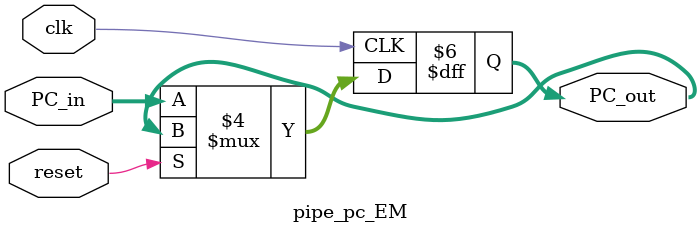
<source format=v>
`timescale 1ns / 1ps
module pipe_pc_EM(
    input clk,
    input reset,
    input [31:0] PC_in,
    output reg [31:0] PC_out
);
	initial
		begin
			PC_out = 0;
		end
    
    always @(posedge clk)
        begin
            if(reset)
                begin
                    ;
                end
            else
                begin
                    PC_out<=PC_in;
                end
        end

endmodule
</source>
